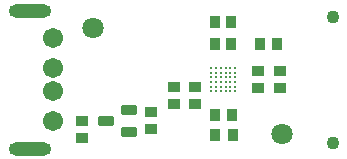
<source format=gts>
G04 Layer: TopSolderMaskLayer*
G04 EasyEDA Pro v2.1.64.d1969c9c.217bcf, 2024-08-09 12:31:45*
G04 Gerber Generator version 0.3*
G04 Scale: 100 percent, Rotated: No, Reflected: No*
G04 Dimensions in millimeters*
G04 Leading zeros omitted, absolute positions, 3 integers and 5 decimals*
%FSLAX35Y35*%
%MOMM*%
%AMRoundRect*1,1,$1,$2,$3*1,1,$1,$4,$5*1,1,$1,0-$2,0-$3*1,1,$1,0-$4,0-$5*20,1,$1,$2,$3,$4,$5,0*20,1,$1,$4,$5,0-$2,0-$3,0*20,1,$1,0-$2,0-$3,0-$4,0-$5,0*20,1,$1,0-$4,0-$5,$2,$3,0*4,1,4,$2,$3,$4,$5,0-$2,0-$3,0-$4,0-$5,$2,$3,0*%
%ADD10C,1.102*%
%ADD11C,1.802*%
%ADD12C,0.3016*%
%ADD13RoundRect,0.09131X-0.40514X0.45514X0.40514X0.45514*%
%ADD14RoundRect,0.09131X0.45514X0.40514X0.45514X-0.40514*%
%ADD15RoundRect,0.09131X-0.45514X-0.40514X-0.45514X0.40514*%
%ADD16RoundRect,0.09017X-0.63072X0.35571X0.63072X0.35571*%
%ADD17RoundRect,0.09138X-0.40835X0.43712X0.40835X0.43712*%
%ADD18RoundRect,0.09131X0.40514X-0.45514X-0.40514X-0.45514*%
%ADD19RoundRect,0.09138X0.40835X-0.43712X-0.40835X-0.43712*%
%ADD20O,3.60199X1.102*%
%ADD21C,1.702*%
G75*


G04 Pad Start*
G54D10*
G01X-474980Y4894580D03*
G01X-475130Y3824580D03*
G54D11*
G01X-2500000Y4800000D03*
G01X-900000Y3900000D03*
G54D12*
G01X-1502080Y4461180D03*
G01X-1462075Y4461180D03*
G01X-1422070Y4461180D03*
G01X-1382090Y4461180D03*
G01X-1342085Y4461180D03*
G01X-1302080Y4461180D03*
G01X-1502080Y4421175D03*
G01X-1462075Y4421175D03*
G01X-1422070Y4421175D03*
G01X-1382090Y4421175D03*
G01X-1342085Y4421175D03*
G01X-1302080Y4421175D03*
G01X-1502080Y4381170D03*
G01X-1462075Y4381170D03*
G01X-1422070Y4381170D03*
G01X-1382090Y4381170D03*
G01X-1342085Y4381170D03*
G01X-1302080Y4381170D03*
G01X-1502080Y4341190D03*
G01X-1462075Y4341190D03*
G01X-1422070Y4341190D03*
G01X-1382090Y4341190D03*
G01X-1342085Y4341190D03*
G01X-1302080Y4341190D03*
G01X-1502080Y4301185D03*
G01X-1462075Y4301185D03*
G01X-1422070Y4301185D03*
G01X-1382090Y4301185D03*
G01X-1342085Y4301185D03*
G01X-1302080Y4301185D03*
G01X-1502080Y4261180D03*
G01X-1462075Y4261180D03*
G01X-1422070Y4261180D03*
G01X-1382090Y4261180D03*
G01X-1342085Y4261180D03*
G01X-1302080Y4261180D03*
G54D13*
G01X-1334618Y4846320D03*
G01X-1474622Y4846320D03*
G01X-1334618Y4665980D03*
G01X-1474622Y4665980D03*
G54D14*
G01X-924560Y4293718D03*
G01X-924560Y4433722D03*
G01X-1104900Y4293718D03*
G01X-1104900Y4433722D03*
G54D15*
G01X-1819600Y4296262D03*
G01X-1819600Y4156258D03*
G01X-1639260Y4296262D03*
G01X-1639260Y4156258D03*
G54D16*
G01X-2196160Y3915664D03*
G01X-2196160Y4105656D03*
G01X-2396160Y4010660D03*
G54D15*
G01X-2009600Y4083202D03*
G01X-2009600Y3943198D03*
G01X-2600960Y4009542D03*
G01X-2600960Y3869538D03*
G54D17*
G01X-1321824Y3891280D03*
G01X-1472496Y3891280D03*
G54D18*
G01X-1467162Y4061460D03*
G01X-1327158Y4061460D03*
G54D19*
G01X-1093876Y4663440D03*
G01X-943204Y4663440D03*
G54D20*
G01X-3041320Y3776180D03*
G01X-3041320Y4946180D03*
G54D21*
G01X-2841320Y4711179D03*
G01X-2841320Y4461193D03*
G01X-2841320Y4261193D03*
G01X-2841320Y4011181D03*
G04 Pad End*

M02*

</source>
